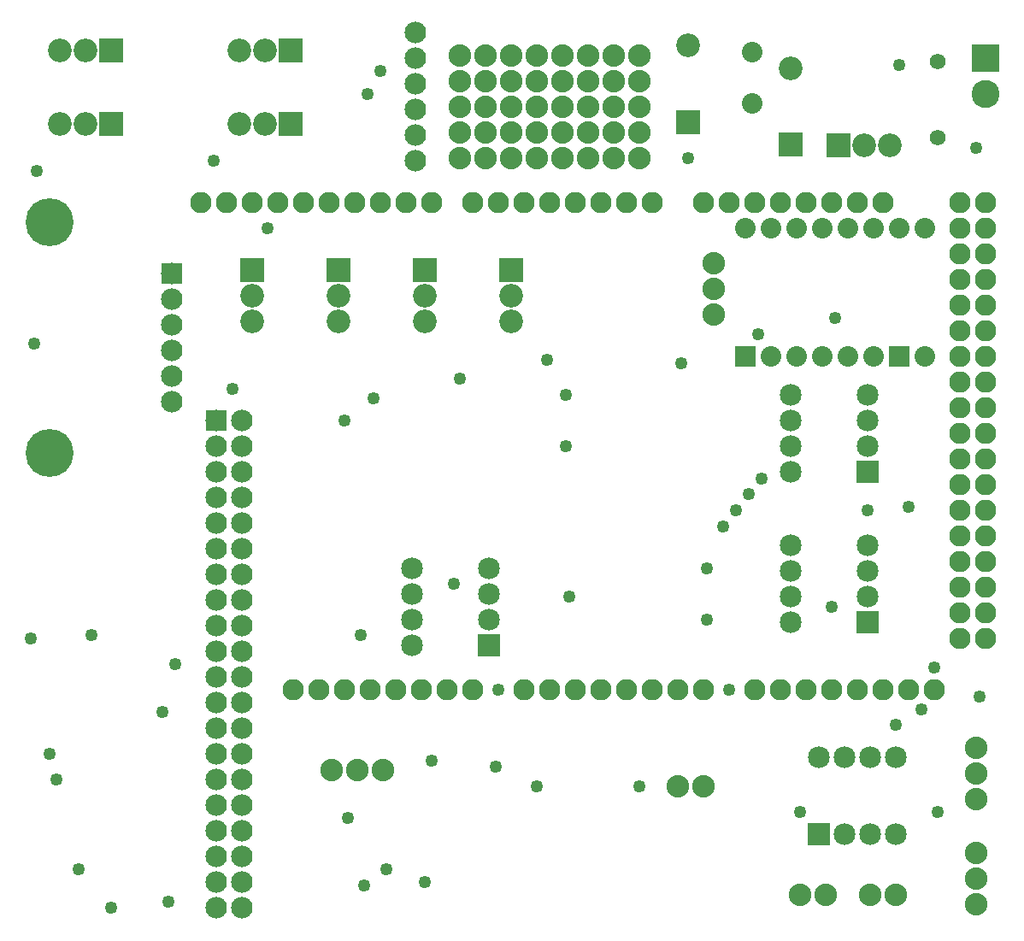
<source format=gbs>
G04 MADE WITH FRITZING*
G04 WWW.FRITZING.ORG*
G04 DOUBLE SIDED*
G04 HOLES PLATED*
G04 CONTOUR ON CENTER OF CONTOUR VECTOR*
%ASAXBY*%
%FSLAX23Y23*%
%MOIN*%
%OFA0B0*%
%SFA1.0B1.0*%
%ADD10C,0.049370*%
%ADD11C,0.085000*%
%ADD12C,0.080000*%
%ADD13C,0.084000*%
%ADD14C,0.187165*%
%ADD15C,0.088000*%
%ADD16C,0.082917*%
%ADD17C,0.092000*%
%ADD18C,0.061496*%
%ADD19C,0.109055*%
%ADD20R,0.085000X0.085000*%
%ADD21R,0.084000X0.084000*%
%ADD22R,0.080000X0.080000*%
%ADD23R,0.092000X0.092000*%
%ADD24R,0.109055X0.109055*%
%LNMASK0*%
G90*
G70*
G54D10*
X369Y289D03*
X57Y1339D03*
G54D11*
X3319Y1402D03*
X3019Y1402D03*
X3319Y1502D03*
X3019Y1502D03*
X3319Y1602D03*
X3019Y1602D03*
X3319Y1702D03*
X3019Y1702D03*
X3319Y1989D03*
X3019Y1989D03*
X3319Y2089D03*
X3019Y2089D03*
X3319Y2189D03*
X3019Y2189D03*
X3319Y2289D03*
X3019Y2289D03*
G54D10*
X594Y314D03*
X3319Y1839D03*
X244Y439D03*
X69Y2489D03*
X2157Y1502D03*
X3432Y1002D03*
X3757Y1114D03*
X982Y2939D03*
X1282Y2189D03*
G54D12*
X2869Y3627D03*
X2869Y3427D03*
G54D10*
X157Y789D03*
X132Y889D03*
X1444Y439D03*
X1869Y839D03*
X2432Y764D03*
X1619Y864D03*
X1294Y639D03*
G54D13*
X1557Y3702D03*
X1557Y3602D03*
X1557Y3502D03*
X1557Y3402D03*
X1557Y3302D03*
X1557Y3202D03*
X1557Y3702D03*
X1557Y3602D03*
X1557Y3502D03*
X1557Y3402D03*
X1557Y3302D03*
X1557Y3202D03*
G54D11*
X1844Y1314D03*
X1544Y1314D03*
X1844Y1414D03*
X1544Y1414D03*
X1844Y1514D03*
X1544Y1514D03*
X1844Y1614D03*
X1544Y1614D03*
G54D10*
X619Y1239D03*
X3057Y664D03*
X3582Y1227D03*
X2619Y3214D03*
X1732Y2352D03*
X2069Y2427D03*
X1394Y2277D03*
X2807Y1839D03*
X2757Y1777D03*
X2857Y1902D03*
X2907Y1964D03*
X769Y3202D03*
X1369Y3464D03*
X1419Y3552D03*
X3594Y664D03*
X3532Y1064D03*
X2594Y2414D03*
X1357Y377D03*
G54D14*
X132Y2064D03*
X132Y2964D03*
G54D10*
X1594Y389D03*
X3182Y1464D03*
X1344Y1352D03*
X1882Y1139D03*
X82Y3164D03*
X294Y1352D03*
X569Y1052D03*
X2782Y1139D03*
X1707Y1552D03*
X3744Y3252D03*
X3194Y2589D03*
G54D13*
X607Y2764D03*
X607Y2664D03*
X607Y2564D03*
X607Y2464D03*
X607Y2364D03*
X607Y2264D03*
G54D10*
X2144Y2289D03*
X2144Y2089D03*
X3482Y1852D03*
X844Y2314D03*
G54D12*
X3544Y2939D03*
X3544Y2439D03*
X3444Y2939D03*
X3444Y2439D03*
X3344Y2939D03*
X3344Y2439D03*
X3244Y2939D03*
X3244Y2439D03*
X3144Y2939D03*
X3144Y2439D03*
X3044Y2939D03*
X3044Y2439D03*
X2944Y2939D03*
X2944Y2439D03*
X2844Y2939D03*
X2844Y2439D03*
G54D10*
X3444Y3577D03*
X2032Y764D03*
G54D15*
X1732Y3214D03*
X1732Y3314D03*
X1732Y3414D03*
X1732Y3514D03*
X1732Y3614D03*
X2432Y3214D03*
X2432Y3314D03*
X2432Y3414D03*
X2432Y3514D03*
X2432Y3614D03*
X2232Y3614D03*
X2232Y3514D03*
X2232Y3414D03*
X2032Y3414D03*
X2032Y3614D03*
X2032Y3514D03*
X2032Y3214D03*
X2032Y3314D03*
X1832Y3514D03*
X1832Y3614D03*
X2332Y3214D03*
X1932Y3614D03*
X1932Y3414D03*
X1932Y3214D03*
X1932Y3314D03*
X2332Y3614D03*
X2332Y3514D03*
X2332Y3414D03*
X1832Y3214D03*
X1832Y3314D03*
X2132Y3414D03*
X1932Y3514D03*
X2132Y3214D03*
X2132Y3314D03*
X1432Y827D03*
X1332Y827D03*
X1232Y827D03*
X2132Y3614D03*
X2132Y3514D03*
X2332Y3314D03*
X1832Y3414D03*
X2232Y3214D03*
X2232Y3314D03*
G54D10*
X2894Y2527D03*
G54D11*
X3132Y577D03*
X3132Y877D03*
X3232Y577D03*
X3232Y877D03*
X3332Y577D03*
X3332Y877D03*
X3432Y577D03*
X3432Y877D03*
G54D13*
X882Y2189D03*
X882Y2089D03*
X882Y1989D03*
X882Y1889D03*
X882Y1789D03*
X882Y1689D03*
X882Y1589D03*
X882Y1489D03*
X882Y1389D03*
X882Y1289D03*
X882Y1189D03*
X882Y1089D03*
X882Y989D03*
X882Y889D03*
X882Y789D03*
X882Y689D03*
X882Y589D03*
X882Y489D03*
X882Y389D03*
X882Y289D03*
X782Y2189D03*
X782Y2089D03*
X782Y1989D03*
X782Y1889D03*
X782Y1789D03*
X782Y1689D03*
X782Y1589D03*
X782Y1489D03*
X782Y1389D03*
X782Y1289D03*
X782Y1189D03*
X782Y1089D03*
X782Y989D03*
X782Y889D03*
X782Y789D03*
X782Y689D03*
X782Y589D03*
X782Y489D03*
X782Y389D03*
X782Y289D03*
G54D16*
X2982Y1139D03*
X1382Y1139D03*
X3082Y1139D03*
X3182Y1139D03*
X3282Y1139D03*
X3382Y1139D03*
X3682Y2539D03*
X3482Y1139D03*
X3582Y1139D03*
X1422Y3039D03*
X1982Y1139D03*
X2082Y1139D03*
X2182Y1139D03*
X2282Y1139D03*
X3682Y1739D03*
X2382Y1139D03*
X2482Y1139D03*
X2582Y1139D03*
X2682Y1139D03*
X2182Y3039D03*
X3682Y2939D03*
X3682Y2139D03*
X3682Y1339D03*
X1022Y3039D03*
X1782Y1139D03*
X1782Y3039D03*
X3682Y2739D03*
X3682Y2339D03*
X3682Y1939D03*
X3382Y3039D03*
X3682Y1539D03*
X3282Y3039D03*
X3182Y3039D03*
X3082Y3039D03*
X2982Y3039D03*
X2882Y3039D03*
X2782Y3039D03*
X2682Y3039D03*
X822Y3039D03*
X1222Y3039D03*
X1622Y3039D03*
X1182Y1139D03*
X1582Y1139D03*
X2382Y3039D03*
X1982Y3039D03*
X3682Y3039D03*
X3682Y2839D03*
X3682Y2639D03*
X3682Y2439D03*
X3682Y2239D03*
X3682Y2039D03*
X3682Y1839D03*
X3682Y1639D03*
X3682Y1439D03*
X722Y3039D03*
X922Y3039D03*
X1122Y3039D03*
X1322Y3039D03*
X1522Y3039D03*
X1082Y1139D03*
X1282Y1139D03*
X1482Y1139D03*
X1682Y1139D03*
X2482Y3039D03*
X2282Y3039D03*
X2082Y3039D03*
X1882Y3039D03*
X3782Y3039D03*
X3782Y2939D03*
X3782Y2839D03*
X3782Y2739D03*
X3782Y2639D03*
X3782Y2539D03*
X3782Y2439D03*
X3782Y2339D03*
X3782Y2239D03*
X3782Y2139D03*
X3782Y2039D03*
X3782Y1939D03*
X3782Y1839D03*
X3782Y1739D03*
X3782Y1639D03*
X3782Y1539D03*
X3782Y1439D03*
X3782Y1339D03*
X2882Y1139D03*
G54D17*
X1257Y2777D03*
X1257Y2677D03*
X1257Y2577D03*
X1932Y2777D03*
X1932Y2677D03*
X1932Y2577D03*
X1594Y2777D03*
X1594Y2677D03*
X1594Y2577D03*
X919Y2777D03*
X919Y2677D03*
X919Y2577D03*
G54D15*
X3744Y302D03*
X3744Y402D03*
X3744Y502D03*
X3744Y914D03*
X3744Y814D03*
X3744Y714D03*
X2719Y2802D03*
X2719Y2702D03*
X2719Y2602D03*
X3057Y339D03*
X3157Y339D03*
X2682Y764D03*
X2582Y764D03*
X3432Y339D03*
X3332Y339D03*
G54D17*
X3207Y3264D03*
X3307Y3264D03*
X3407Y3264D03*
X2619Y3354D03*
X2619Y3652D03*
X3019Y3266D03*
X3019Y3564D03*
G54D18*
X3594Y3294D03*
X3594Y3589D03*
G54D17*
X369Y3346D03*
X269Y3346D03*
X169Y3346D03*
X1069Y3633D03*
X969Y3633D03*
X869Y3633D03*
X369Y3633D03*
X269Y3633D03*
X169Y3633D03*
X1069Y3346D03*
X969Y3346D03*
X869Y3346D03*
G54D19*
X3782Y3602D03*
X3782Y3464D03*
G54D10*
X2694Y1414D03*
X2694Y1614D03*
G54D20*
X3319Y1402D03*
X3319Y1989D03*
X1844Y1314D03*
G54D21*
X607Y2764D03*
G54D22*
X2844Y2439D03*
X3444Y2439D03*
G54D20*
X3132Y577D03*
G54D21*
X782Y2189D03*
G54D23*
X1257Y2777D03*
X1932Y2777D03*
X1594Y2777D03*
X919Y2777D03*
X3207Y3264D03*
X2619Y3353D03*
X3019Y3265D03*
X369Y3346D03*
X1069Y3633D03*
X369Y3633D03*
X1069Y3346D03*
G54D24*
X3782Y3602D03*
G04 End of Mask0*
M02*
</source>
